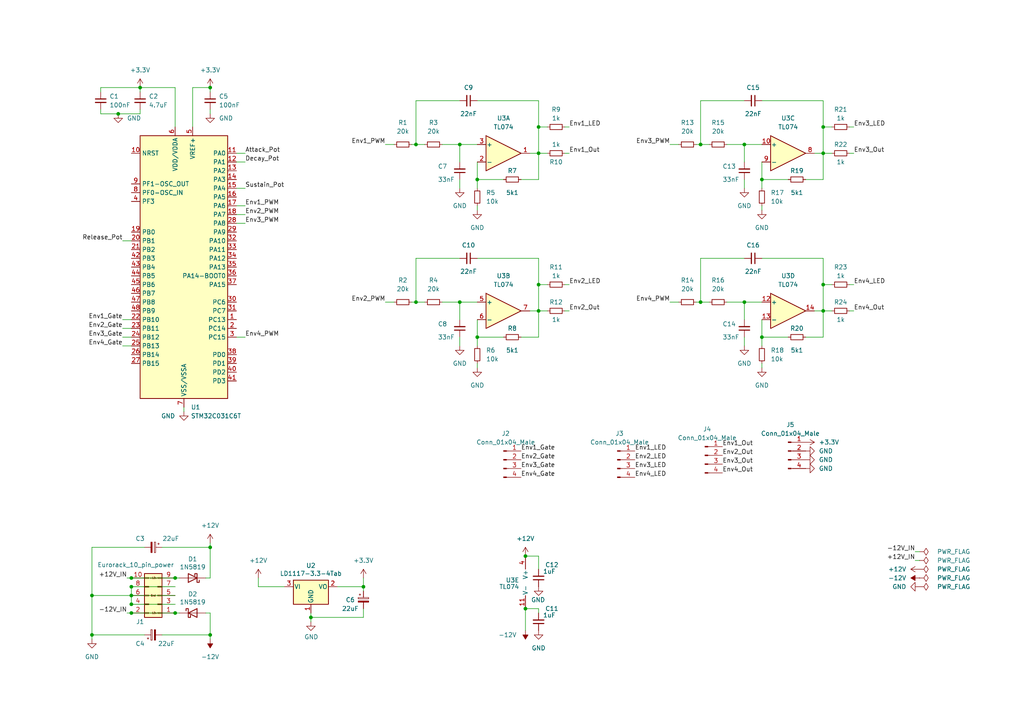
<source format=kicad_sch>
(kicad_sch (version 20211123) (generator eeschema)
  (paper "A4")
  (lib_symbols
    (symbol "+3.3V_1" (power) (pin_names (offset 0))
      (property "Value" "+3.3V_1" (at 0 3.556 0))
      (symbol "+3.3V_1_0_1"
        (polyline (pts (xy -0.762 1.27) (xy 0 2.54)))
        (polyline (pts (xy 0 0) (xy 0 2.54)))
        (polyline (pts (xy 0 2.54) (xy 0.762 1.27)))
      )
      (symbol "+3.3V_1_1_1"
        (pin power_in line (at 0 0 90) (length 0) hide (name "+3.3V") (number "1"))
      )
    )
    (symbol "Amplifier_Operational:TL074" (pin_names (offset 0.127))
      (property "Reference" "U" (at 0 5.08 0))
      (property "Value" "TL074" (at 0 -5.08 0))
      (symbol "TL074_1_1"
        (polyline (pts (xy -5.08 5.08) (xy 5.08 0) (xy -5.08 -5.08) (xy -5.08 5.08)) (stroke (width 0.254)) (fill (type background)))
        (pin output line (at 7.62 0 180) (length 2.54) (name "~") (number "1"))
        (pin input line (at -7.62 -2.54 0) (length 2.54) (name "-") (number "2"))
        (pin input line (at -7.62 2.54 0) (length 2.54) (name "+") (number "3"))
      )
      (symbol "TL074_2_1"
        (polyline (pts (xy -5.08 5.08) (xy 5.08 0) (xy -5.08 -5.08) (xy -5.08 5.08)) (stroke (width 0.254)) (fill (type background)))
        (pin input line (at -7.62 2.54 0) (length 2.54) (name "+") (number "5"))
        (pin input line (at -7.62 -2.54 0) (length 2.54) (name "-") (number "6"))
        (pin output line (at 7.62 0 180) (length 2.54) (name "~") (number "7"))
      )
      (symbol "TL074_3_1"
        (polyline (pts (xy -5.08 5.08) (xy 5.08 0) (xy -5.08 -5.08) (xy -5.08 5.08)) (stroke (width 0.254)) (fill (type background)))
        (pin input line (at -7.62 2.54 0) (length 2.54) (name "+") (number "10"))
        (pin output line (at 7.62 0 180) (length 2.54) (name "~") (number "8"))
        (pin input line (at -7.62 -2.54 0) (length 2.54) (name "-") (number "9"))
      )
      (symbol "TL074_4_1"
        (polyline (pts (xy -5.08 5.08) (xy 5.08 0) (xy -5.08 -5.08) (xy -5.08 5.08)) (stroke (width 0.254)) (fill (type background)))
        (pin input line (at -7.62 2.54 0) (length 2.54) (name "+") (number "12"))
        (pin input line (at -7.62 -2.54 0) (length 2.54) (name "-") (number "13"))
        (pin output line (at 7.62 0 180) (length 2.54) (name "~") (number "14"))
      )
      (symbol "TL074_5_1"
        (pin power_in line (at -2.54 -7.62 90) (length 3.81) (name "V-") (number "11"))
        (pin power_in line (at -2.54 7.62 270) (length 3.81) (name "V+") (number "4"))
      )
    )
    (symbol "Connector:Conn_01x04_Male" (pin_names (offset 1.016) hide)
      (property "Reference" "J" (at 0 5.08 0))
      (property "Value" "Conn_01x04_Male" (at 0 -7.62 0))
      (symbol "Conn_01x04_Male_1_1"
        (polyline (pts (xy 1.27 -5.08) (xy 0.8636 -5.08)) (stroke (width 0.1524)))
        (polyline (pts (xy 1.27 -2.54) (xy 0.8636 -2.54)) (stroke (width 0.1524)))
        (polyline (pts (xy 1.27 0) (xy 0.8636 0)) (stroke (width 0.1524)))
        (polyline (pts (xy 1.27 2.54) (xy 0.8636 2.54)) (stroke (width 0.1524)))
        (rectangle (start 0.8636 -4.953) (end 0 -5.207) (stroke (width 0.1524)) (fill (type outline)))
        (rectangle (start 0.8636 -2.413) (end 0 -2.667) (stroke (width 0.1524)) (fill (type outline)))
        (rectangle (start 0.8636 0.127) (end 0 -0.127) (stroke (width 0.1524)) (fill (type outline)))
        (rectangle (start 0.8636 2.667) (end 0 2.413) (stroke (width 0.1524)) (fill (type outline)))
        (pin passive line (at 5.08 2.54 180) (length 3.81) (name "Pin_1") (number "1"))
        (pin passive line (at 5.08 0 180) (length 3.81) (name "Pin_2") (number "2"))
        (pin passive line (at 5.08 -2.54 180) (length 3.81) (name "Pin_3") (number "3"))
        (pin passive line (at 5.08 -5.08 180) (length 3.81) (name "Pin_4") (number "4"))
      )
    )
    (symbol "Device:C_Polarized_Small" (pin_numbers hide) (pin_names (offset 0.254) hide)
      (property "Reference" "C" (at 0.254 1.778 0))
      (property "Value" "C_Polarized_Small" (at 0.254 -2.032 0))
      (symbol "C_Polarized_Small_0_1"
        (rectangle (start -1.524 -0.3048) (end 1.524 -0.6858) (fill (type outline)))
        (rectangle (start -1.524 0.6858) (end 1.524 0.3048))
        (polyline (pts (xy -1.27 1.524) (xy -0.762 1.524)))
        (polyline (pts (xy -1.016 1.27) (xy -1.016 1.778)))
      )
      (symbol "C_Polarized_Small_1_1"
        (pin passive line (at 0 2.54 270) (length 1.8542) (name "~") (number "1"))
        (pin passive line (at 0 -2.54 90) (length 1.8542) (name "~") (number "2"))
      )
    )
    (symbol "Device:C_Small" (pin_numbers hide) (pin_names (offset 0.254) hide)
      (property "Reference" "C" (at 0.254 1.778 0))
      (property "Value" "C_Small" (at 0.254 -2.032 0))
      (symbol "C_Small_0_1"
        (polyline (pts (xy -1.524 -0.508) (xy 1.524 -0.508)) (stroke (width 0.3302)))
        (polyline (pts (xy -1.524 0.508) (xy 1.524 0.508)) (stroke (width 0.3048)))
      )
      (symbol "C_Small_1_1"
        (pin passive line (at 0 2.54 270) (length 2.032) (name "~") (number "1"))
        (pin passive line (at 0 -2.54 90) (length 2.032) (name "~") (number "2"))
      )
    )
    (symbol "Device:R_Small" (pin_numbers hide) (pin_names (offset 0.254) hide)
      (property "Reference" "R" (at 0.762 0.508 0))
      (property "Value" "R_Small" (at 0.762 -1.016 0))
      (symbol "R_Small_0_1"
        (rectangle (start -0.762 1.778) (end 0.762 -1.778) (stroke (width 0.2032)))
      )
      (symbol "R_Small_1_1"
        (pin passive line (at 0 2.54 270) (length 0.762) (name "~") (number "1"))
        (pin passive line (at 0 -2.54 90) (length 0.762) (name "~") (number "2"))
      )
    )
    (symbol "Diode:1N5819" (pin_numbers hide) (pin_names (offset 1.016) hide)
      (property "Reference" "D" (at 0 2.54 0))
      (property "Value" "1N5819" (at 0 -2.54 0))
      (symbol "1N5819_0_1"
        (polyline (pts (xy 1.27 0) (xy -1.27 0)))
        (polyline (pts (xy 1.27 1.27) (xy 1.27 -1.27) (xy -1.27 0) (xy 1.27 1.27)) (stroke (width 0.254)))
        (polyline (pts (xy -1.905 0.635) (xy -1.905 1.27) (xy -1.27 1.27) (xy -1.27 -1.27) (xy -0.635 -1.27) (xy -0.635 -0.635)) (stroke (width 0.254)))
      )
      (symbol "1N5819_1_1"
        (pin passive line (at -3.81 0 0) (length 2.54) (name "K") (number "1"))
        (pin passive line (at 3.81 0 180) (length 2.54) (name "A") (number "2"))
      )
    )
    (symbol "Eurorack_Header:Eurorack_10_pin_power" (pin_names (offset 1.016) hide)
      (property "Reference" "J" (at 1.27 7.62 0))
      (property "Value" "Eurorack_10_pin_power" (at 1.27 -7.62 0))
      (symbol "Eurorack_10_pin_power_1_0"
        (text "+12v" (at 1.27 -5.08 0) (effects (font (size 0.508 0.508))))
        (text "-12v" (at 1.27 5.08 0) (effects (font (size 0.508 0.508))))
        (text "Gnd" (at 1.27 0 0) (effects (font (size 0.508 0.508))))
      )
      (symbol "Eurorack_10_pin_power_1_1"
        (rectangle (start -1.27 -4.953) (end 0 -5.207) (stroke (width 0.1524)))
        (rectangle (start -1.27 -2.413) (end 0 -2.667) (stroke (width 0.1524)))
        (rectangle (start -1.27 0.127) (end 0 -0.127) (stroke (width 0.1524)))
        (rectangle (start -1.27 2.667) (end 0 2.413) (stroke (width 0.1524)))
        (rectangle (start -1.27 5.207) (end 0 4.953) (stroke (width 0.1524)))
        (rectangle (start -1.27 6.35) (end 3.81 -6.35) (stroke (width 0.254)) (fill (type background)))
        (rectangle (start 3.81 -4.953) (end 2.54 -5.207) (stroke (width 0.1524)))
        (rectangle (start 3.81 -2.413) (end 2.54 -2.667) (stroke (width 0.1524)))
        (rectangle (start 3.81 0.127) (end 2.54 -0.127) (stroke (width 0.1524)))
        (rectangle (start 3.81 2.667) (end 2.54 2.413) (stroke (width 0.1524)))
        (rectangle (start 3.81 5.207) (end 2.54 4.953) (stroke (width 0.1524)))
        (pin power_in line (at -5.08 5.08 0) (length 3.81) (name "Pin_1") (number "1"))
        (pin passive line (at 7.62 -5.08 180) (length 3.81) (name "Pin_10") (number "10"))
        (pin passive line (at 7.62 5.08 180) (length 3.81) (name "Pin_2") (number "2"))
        (pin passive line (at -5.08 2.54 0) (length 3.81) (name "Pin_3") (number "3"))
        (pin passive line (at 7.62 2.54 180) (length 3.81) (name "Pin_4") (number "4"))
        (pin power_in line (at -5.08 0 0) (length 3.81) (name "Pin_5") (number "5"))
        (pin passive line (at 7.62 0 180) (length 3.81) (name "Pin_6") (number "6"))
        (pin passive line (at -5.08 -2.54 0) (length 3.81) (name "Pin_7") (number "7"))
        (pin passive line (at 7.62 -2.54 180) (length 3.81) (name "Pin_8") (number "8"))
        (pin power_in line (at -5.08 -5.08 0) (length 3.81) (name "Pin_9") (number "9"))
      )
    )
    (symbol "LD1117-3.3-4Tab:LD1117-3.3-4Tab" (pin_names (offset 0.254))
      (property "Reference" "U" (at -3.81 3.175 0))
      (property "Value" "LD1117-3.3-4Tab" (at 0 3.175 0))
      (symbol "LD1117-3.3-4Tab_0_1"
        (rectangle (start -5.08 -5.08) (end 5.08 1.905) (stroke (width 0.254)) (fill (type background)))
      )
      (symbol "LD1117-3.3-4Tab_1_1"
        (pin power_in line (at 0 -7.62 90) (length 2.54) (name "GND") (number "1"))
        (pin power_out line (at 7.62 0 180) (length 2.54) (name "VO") (number "2"))
        (pin power_in line (at -7.62 0 0) (length 2.54) (name "VI") (number "3"))
      )
    )
    (symbol "STM32G431RB:STM32C031C6T"
      (property "Reference" "U" (at -12.7 39.37 0))
      (property "Value" "STM32C031C6T" (at -19.05 46.99 0))
      (symbol "STM32C031C6T_0_0"
        (pin bidirectional line (at 15.24 -10.16 180) (length 2.54) (name "PC6") (number "30"))
        (pin bidirectional line (at 15.24 -30.48 180) (length 2.54) (name "PD2") (number "40"))
        (pin bidirectional line (at 15.24 -33.02 180) (length 2.54) (name "PD3") (number "41"))
      )
      (symbol "STM32C031C6T_0_1"
        (rectangle (start -12.7 -38.1) (end 12.7 38.1) (stroke (width 0.254)) (fill (type background)))
      )
      (symbol "STM32C031C6T_1_1"
        (pin bidirectional line (at 15.24 -15.24 180) (length 2.54) (name "PC13") (number "1"))
        (pin input line (at -15.24 33.02 0) (length 2.54) (name "NRST") (number "10"))
        (pin bidirectional line (at 15.24 33.02 180) (length 2.54) (name "PA0") (number "11"))
        (pin bidirectional line (at 15.24 30.48 180) (length 2.54) (name "PA1") (number "12"))
        (pin bidirectional line (at 15.24 27.94 180) (length 2.54) (name "PA2") (number "13"))
        (pin bidirectional line (at 15.24 25.4 180) (length 2.54) (name "PA3") (number "14"))
        (pin bidirectional line (at 15.24 22.86 180) (length 2.54) (name "PA4") (number "15"))
        (pin bidirectional line (at 15.24 20.32 180) (length 2.54) (name "PA5") (number "16"))
        (pin bidirectional line (at 15.24 17.78 180) (length 2.54) (name "PA6") (number "17"))
        (pin bidirectional line (at 15.24 15.24 180) (length 2.54) (name "PA7") (number "18"))
        (pin bidirectional line (at -15.24 10.16 0) (length 2.54) (name "PB0") (number "19"))
        (pin bidirectional line (at 15.24 -17.78 180) (length 2.54) (name "PC14") (number "2"))
        (pin bidirectional line (at -15.24 7.62 0) (length 2.54) (name "PB1") (number "20"))
        (pin bidirectional line (at -15.24 5.08 0) (length 2.54) (name "PB2") (number "21"))
        (pin bidirectional line (at -15.24 -15.24 0) (length 2.54) (name "PB10") (number "22"))
        (pin bidirectional line (at -15.24 -17.78 0) (length 2.54) (name "PB11") (number "23"))
        (pin bidirectional line (at -15.24 -20.32 0) (length 2.54) (name "PB12") (number "24"))
        (pin bidirectional line (at -15.24 -22.86 0) (length 2.54) (name "PB13") (number "25"))
        (pin bidirectional line (at -15.24 -25.4 0) (length 2.54) (name "PB14") (number "26"))
        (pin bidirectional line (at -15.24 -27.94 0) (length 2.54) (name "PB15") (number "27"))
        (pin bidirectional line (at 15.24 12.7 180) (length 2.54) (name "PA8") (number "28"))
        (pin bidirectional line (at 15.24 10.16 180) (length 2.54) (name "PA9") (number "29"))
        (pin bidirectional line (at 15.24 -20.32 180) (length 2.54) (name "PC15") (number "3"))
        (pin bidirectional line (at 15.24 -12.7 180) (length 2.54) (name "PC7") (number "31"))
        (pin bidirectional line (at 15.24 7.62 180) (length 2.54) (name "PA10") (number "32"))
        (pin bidirectional line (at 15.24 5.08 180) (length 2.54) (name "PA11") (number "33"))
        (pin bidirectional line (at 15.24 2.54 180) (length 2.54) (name "PA12") (number "34"))
        (pin bidirectional line (at 15.24 0 180) (length 2.54) (name "PA13") (number "35"))
        (pin bidirectional line (at 15.24 -2.54 180) (length 2.54) (name "PA14-BOOT0") (number "36"))
        (pin bidirectional line (at 15.24 -5.08 180) (length 2.54) (name "PA15") (number "37"))
        (pin bidirectional line (at 15.24 -25.4 180) (length 2.54) (name "PD0") (number "38"))
        (pin bidirectional line (at 15.24 -27.94 180) (length 2.54) (name "PD1") (number "39"))
        (pin input line (at -15.24 19.05 0) (length 2.54) (name "PF3") (number "4"))
        (pin bidirectional line (at -15.24 2.54 0) (length 2.54) (name "PB3") (number "42"))
        (pin bidirectional line (at -15.24 0 0) (length 2.54) (name "PB4") (number "43"))
        (pin bidirectional line (at -15.24 -2.54 0) (length 2.54) (name "PB5") (number "44"))
        (pin bidirectional line (at -15.24 -5.08 0) (length 2.54) (name "PB6") (number "45"))
        (pin bidirectional line (at -15.24 -7.62 0) (length 2.54) (name "PB7") (number "46"))
        (pin bidirectional line (at -15.24 -10.16 0) (length 2.54) (name "PB8") (number "47"))
        (pin bidirectional line (at -15.24 -12.7 0) (length 2.54) (name "PB9") (number "48"))
        (pin input line (at 2.54 40.64 270) (length 2.54) (name "VREF+") (number "5"))
        (pin power_in line (at -2.54 40.64 270) (length 2.54) (name "VDD/VDDA") (number "6"))
        (pin power_in line (at 0 -40.64 90) (length 2.54) (name "VSS/VSSA") (number "7"))
        (pin input line (at -15.24 21.59 0) (length 2.54) (name "PF0-OSC_IN") (number "8"))
        (pin output line (at -15.24 24.13 0) (length 2.54) (name "PF1-OSC_OUT") (number "9"))
      )
    )
    (symbol "power:+12V" (power) (pin_names (offset 0))
      (property "Value" "+12V" (at 0 3.556 0))
      (symbol "+12V_0_1"
        (polyline (pts (xy -0.762 1.27) (xy 0 2.54)))
        (polyline (pts (xy 0 0) (xy 0 2.54)))
        (polyline (pts (xy 0 2.54) (xy 0.762 1.27)))
      )
      (symbol "+12V_1_1"
        (pin power_in line (at 0 0 90) (length 0) hide (name "+12V") (number "1"))
      )
    )
    (symbol "power:-12V" (power) (pin_names (offset 0))
      (property "Value" "-12V" (at 0 3.81 0))
      (symbol "-12V_0_0"
        (pin power_in line (at 0 0 90) (length 0) hide (name "-12V") (number "1"))
      )
      (symbol "-12V_0_1"
        (polyline (pts (xy 0 0) (xy 0 1.27) (xy 0.762 1.27) (xy 0 2.54) (xy -0.762 1.27) (xy 0 1.27)) (fill (type outline)))
      )
    )
    (symbol "power:GND" (power) (pin_names (offset 0))
      (property "Value" "GND" (at 0 -3.81 0))
      (symbol "GND_0_1"
        (polyline (pts (xy 0 0) (xy 0 -1.27) (xy 1.27 -1.27) (xy 0 -2.54) (xy -1.27 -1.27) (xy 0 -1.27)))
      )
      (symbol "GND_1_1"
        (pin power_in line (at 0 0 270) (length 0) hide (name "GND") (number "1"))
      )
    )
    (symbol "power:PWR_FLAG" (power) (pin_numbers hide) (pin_names (offset 0) hide)
      (property "Value" "PWR_FLAG" (at 0 3.81 0))
      (symbol "PWR_FLAG_0_0"
        (pin power_out line (at 0 0 90) (length 0) (name "pwr") (number "1"))
      )
      (symbol "PWR_FLAG_0_1"
        (polyline (pts (xy 0 0) (xy 0 1.27) (xy -1.016 1.905) (xy 0 2.54) (xy 1.016 1.905) (xy 0 1.27)))
      )
    )
  )
  (junction (at 152.4 161.29))
  (junction (at 38.1 175.26))
  (junction (at 50.8 167.64))
  (junction (at 105.41 170.18))
  (junction (at 38.1 177.8))
  (junction (at 156.21 90.17))
  (junction (at 38.1 167.64))
  (junction (at 138.43 97.79))
  (junction (at 238.76 44.45))
  (junction (at 220.98 97.79))
  (junction (at 26.67 184.15))
  (junction (at 215.9 41.91))
  (junction (at 138.43 52.07))
  (junction (at 156.21 36.83))
  (junction (at 38.1 172.72))
  (junction (at 203.2 41.91))
  (junction (at 215.9 87.63))
  (junction (at 238.76 82.55))
  (junction (at 220.98 52.07))
  (junction (at 238.76 90.17))
  (junction (at 120.65 87.63))
  (junction (at 60.96 158.75))
  (junction (at 26.67 172.72))
  (junction (at 133.35 87.63))
  (junction (at 133.35 41.91))
  (junction (at 120.65 41.91))
  (junction (at 38.1 170.18))
  (junction (at 238.76 36.83))
  (junction (at 156.21 82.55))
  (junction (at 156.21 44.45))
  (junction (at 90.17 179.07))
  (junction (at 203.2 87.63))
  (junction (at 60.96 184.15))
  (junction (at 152.4 176.53))
  (junction (at 40.64 25.4))
  (junction (at 34.29 33.02))
  (junction (at 50.8 177.8))
  (junction (at 60.96 25.4))
  (wire (pts (xy 156.21 97.79) (xy 156.21 90.17)))
  (wire (pts (xy 238.76 74.93) (xy 238.76 82.55)))
  (wire (pts (xy 236.22 90.17) (xy 238.76 90.17)))
  (wire (pts (xy 238.76 90.17) (xy 241.3 90.17)))
  (wire (pts (xy 246.38 36.83) (xy 247.65 36.83)))
  (wire (pts (xy 68.58 54.61) (xy 71.12 54.61)))
  (wire (pts (xy 68.58 64.77) (xy 71.12 64.77)))
  (wire (pts (xy 38.1 100.33) (xy 35.56 100.33)))
  (wire (pts (xy 156.21 82.55) (xy 156.21 90.17)))
  (wire (pts (xy 156.21 52.07) (xy 156.21 44.45)))
  (wire (pts (xy 138.43 97.79) (xy 138.43 100.33)))
  (wire (pts (xy 220.98 97.79) (xy 228.6 97.79)))
  (wire (pts (xy 220.98 52.07) (xy 228.6 52.07)))
  (wire (pts (xy 238.76 29.21) (xy 238.76 36.83)))
  (wire (pts (xy 163.83 44.45) (xy 165.1 44.45)))
  (wire (pts (xy 215.9 41.91) (xy 215.9 46.99)))
  (wire (pts (xy 26.67 185.42) (xy 26.67 184.15)))
  (wire (pts (xy 38.1 69.85) (xy 35.56 69.85)))
  (wire (pts (xy 233.68 97.79) (xy 238.76 97.79)))
  (wire (pts (xy 105.41 176.53) (xy 105.41 179.07)))
  (wire (pts (xy 119.38 41.91) (xy 120.65 41.91)))
  (wire (pts (xy 50.8 170.18) (xy 38.1 170.18)))
  (wire (pts (xy 138.43 74.93) (xy 156.21 74.93)))
  (wire (pts (xy 29.21 33.02) (xy 34.29 33.02)))
  (wire (pts (xy 60.96 177.8) (xy 60.96 184.15)))
  (wire (pts (xy 59.69 177.8) (xy 60.96 177.8)))
  (wire (pts (xy 38.1 172.72) (xy 38.1 175.26)))
  (wire (pts (xy 210.82 41.91) (xy 215.9 41.91)))
  (wire (pts (xy 74.93 167.64) (xy 74.93 170.18)))
  (wire (pts (xy 38.1 95.25) (xy 35.56 95.25)))
  (wire (pts (xy 50.8 175.26) (xy 38.1 175.26)))
  (wire (pts (xy 238.76 52.07) (xy 238.76 44.45)))
  (wire (pts (xy 53.34 118.11) (xy 53.34 119.38)))
  (wire (pts (xy 60.96 157.48) (xy 60.96 158.75)))
  (wire (pts (xy 26.67 172.72) (xy 26.67 184.15)))
  (wire (pts (xy 238.76 36.83) (xy 241.3 36.83)))
  (wire (pts (xy 120.65 87.63) (xy 123.19 87.63)))
  (wire (pts (xy 29.21 25.4) (xy 40.64 25.4)))
  (wire (pts (xy 156.21 36.83) (xy 156.21 44.45)))
  (wire (pts (xy 138.43 52.07) (xy 138.43 54.61)))
  (wire (pts (xy 38.1 92.71) (xy 35.56 92.71)))
  (wire (pts (xy 151.13 52.07) (xy 156.21 52.07)))
  (wire (pts (xy 29.21 26.67) (xy 29.21 25.4)))
  (wire (pts (xy 156.21 176.53) (xy 152.4 176.53)))
  (wire (pts (xy 68.58 59.69) (xy 71.12 59.69)))
  (wire (pts (xy 156.21 82.55) (xy 158.75 82.55)))
  (wire (pts (xy 90.17 179.07) (xy 90.17 180.34)))
  (wire (pts (xy 26.67 172.72) (xy 38.1 172.72)))
  (wire (pts (xy 196.85 87.63) (xy 194.31 87.63)))
  (wire (pts (xy 156.21 74.93) (xy 156.21 82.55)))
  (wire (pts (xy 236.22 44.45) (xy 238.76 44.45)))
  (wire (pts (xy 203.2 41.91) (xy 205.74 41.91)))
  (wire (pts (xy 40.64 25.4) (xy 40.64 26.67)))
  (wire (pts (xy 152.4 176.53) (xy 152.4 182.88)))
  (wire (pts (xy 133.35 41.91) (xy 138.43 41.91)))
  (wire (pts (xy 196.85 41.91) (xy 194.31 41.91)))
  (wire (pts (xy 220.98 92.71) (xy 220.98 97.79)))
  (wire (pts (xy 215.9 87.63) (xy 215.9 92.71)))
  (wire (pts (xy 60.96 167.64) (xy 60.96 158.75)))
  (wire (pts (xy 215.9 87.63) (xy 220.98 87.63)))
  (wire (pts (xy 201.93 87.63) (xy 203.2 87.63)))
  (wire (pts (xy 238.76 36.83) (xy 238.76 44.45)))
  (wire (pts (xy 138.43 46.99) (xy 138.43 52.07)))
  (wire (pts (xy 156.21 161.29) (xy 156.21 165.1)))
  (wire (pts (xy 220.98 29.21) (xy 238.76 29.21)))
  (wire (pts (xy 133.35 74.93) (xy 120.65 74.93)))
  (wire (pts (xy 156.21 90.17) (xy 158.75 90.17)))
  (wire (pts (xy 68.58 46.99) (xy 71.12 46.99)))
  (wire (pts (xy 238.76 97.79) (xy 238.76 90.17)))
  (wire (pts (xy 138.43 105.41) (xy 138.43 106.68)))
  (wire (pts (xy 133.35 41.91) (xy 133.35 46.99)))
  (wire (pts (xy 97.79 170.18) (xy 105.41 170.18)))
  (wire (pts (xy 128.27 41.91) (xy 133.35 41.91)))
  (wire (pts (xy 220.98 59.69) (xy 220.98 60.96)))
  (wire (pts (xy 50.8 36.83) (xy 50.8 25.4)))
  (wire (pts (xy 215.9 52.07) (xy 215.9 54.61)))
  (wire (pts (xy 50.8 177.8) (xy 52.07 177.8)))
  (wire (pts (xy 151.13 97.79) (xy 156.21 97.79)))
  (wire (pts (xy 201.93 41.91) (xy 203.2 41.91)))
  (wire (pts (xy 246.38 90.17) (xy 247.65 90.17)))
  (wire (pts (xy 36.83 177.8) (xy 38.1 177.8)))
  (wire (pts (xy 38.1 177.8) (xy 50.8 177.8)))
  (wire (pts (xy 38.1 167.64) (xy 50.8 167.64)))
  (wire (pts (xy 133.35 52.07) (xy 133.35 54.61)))
  (wire (pts (xy 220.98 97.79) (xy 220.98 100.33)))
  (wire (pts (xy 40.64 25.4) (xy 50.8 25.4)))
  (wire (pts (xy 220.98 74.93) (xy 238.76 74.93)))
  (wire (pts (xy 36.83 167.64) (xy 38.1 167.64)))
  (wire (pts (xy 156.21 36.83) (xy 158.75 36.83)))
  (wire (pts (xy 220.98 105.41) (xy 220.98 106.68)))
  (wire (pts (xy 133.35 87.63) (xy 138.43 87.63)))
  (wire (pts (xy 120.65 29.21) (xy 120.65 41.91)))
  (wire (pts (xy 138.43 92.71) (xy 138.43 97.79)))
  (wire (pts (xy 220.98 52.07) (xy 220.98 54.61)))
  (wire (pts (xy 238.76 82.55) (xy 238.76 90.17)))
  (wire (pts (xy 215.9 74.93) (xy 203.2 74.93)))
  (wire (pts (xy 215.9 97.79) (xy 215.9 100.33)))
  (wire (pts (xy 40.64 31.75) (xy 40.64 33.02)))
  (wire (pts (xy 203.2 74.93) (xy 203.2 87.63)))
  (wire (pts (xy 34.29 33.02) (xy 40.64 33.02)))
  (wire (pts (xy 128.27 87.63) (xy 133.35 87.63)))
  (wire (pts (xy 215.9 41.91) (xy 220.98 41.91)))
  (wire (pts (xy 138.43 29.21) (xy 156.21 29.21)))
  (wire (pts (xy 133.35 29.21) (xy 120.65 29.21)))
  (wire (pts (xy 26.67 158.75) (xy 26.67 172.72)))
  (wire (pts (xy 50.8 167.64) (xy 52.07 167.64)))
  (wire (pts (xy 68.58 44.45) (xy 71.12 44.45)))
  (wire (pts (xy 114.3 41.91) (xy 111.76 41.91)))
  (wire (pts (xy 60.96 31.75) (xy 60.96 33.02)))
  (wire (pts (xy 238.76 82.55) (xy 241.3 82.55)))
  (wire (pts (xy 46.99 184.15) (xy 60.96 184.15)))
  (wire (pts (xy 74.93 170.18) (xy 82.55 170.18)))
  (wire (pts (xy 26.67 158.75) (xy 41.91 158.75)))
  (wire (pts (xy 120.65 74.93) (xy 120.65 87.63)))
  (wire (pts (xy 133.35 87.63) (xy 133.35 92.71)))
  (wire (pts (xy 90.17 177.8) (xy 90.17 179.07)))
  (wire (pts (xy 90.17 179.07) (xy 105.41 179.07)))
  (wire (pts (xy 220.98 46.99) (xy 220.98 52.07)))
  (wire (pts (xy 163.83 90.17) (xy 165.1 90.17)))
  (wire (pts (xy 60.96 26.67) (xy 60.96 25.4)))
  (wire (pts (xy 68.58 97.79) (xy 71.12 97.79)))
  (wire (pts (xy 68.58 62.23) (xy 71.12 62.23)))
  (wire (pts (xy 156.21 176.53) (xy 156.21 177.8)))
  (wire (pts (xy 38.1 172.72) (xy 50.8 172.72)))
  (wire (pts (xy 38.1 170.18) (xy 38.1 172.72)))
  (wire (pts (xy 55.88 25.4) (xy 60.96 25.4)))
  (wire (pts (xy 105.41 171.45) (xy 105.41 170.18)))
  (wire (pts (xy 152.4 161.29) (xy 156.21 161.29)))
  (wire (pts (xy 138.43 52.07) (xy 146.05 52.07)))
  (wire (pts (xy 246.38 44.45) (xy 247.65 44.45)))
  (wire (pts (xy 29.21 31.75) (xy 29.21 33.02)))
  (wire (pts (xy 215.9 29.21) (xy 203.2 29.21)))
  (wire (pts (xy 153.67 44.45) (xy 156.21 44.45)))
  (wire (pts (xy 156.21 44.45) (xy 158.75 44.45)))
  (wire (pts (xy 138.43 97.79) (xy 146.05 97.79)))
  (wire (pts (xy 114.3 87.63) (xy 111.76 87.63)))
  (wire (pts (xy 238.76 44.45) (xy 241.3 44.45)))
  (wire (pts (xy 153.67 90.17) (xy 156.21 90.17)))
  (wire (pts (xy 203.2 29.21) (xy 203.2 41.91)))
  (wire (pts (xy 38.1 97.79) (xy 35.56 97.79)))
  (wire (pts (xy 210.82 87.63) (xy 215.9 87.63)))
  (wire (pts (xy 203.2 87.63) (xy 205.74 87.63)))
  (wire (pts (xy 46.99 158.75) (xy 60.96 158.75)))
  (wire (pts (xy 265.43 162.56) (xy 266.7 162.56)))
  (wire (pts (xy 59.69 167.64) (xy 60.96 167.64)))
  (wire (pts (xy 55.88 36.83) (xy 55.88 25.4)))
  (wire (pts (xy 120.65 41.91) (xy 123.19 41.91)))
  (wire (pts (xy 138.43 59.69) (xy 138.43 60.96)))
  (wire (pts (xy 265.43 160.02) (xy 266.7 160.02)))
  (wire (pts (xy 60.96 184.15) (xy 60.96 185.42)))
  (wire (pts (xy 156.21 29.21) (xy 156.21 36.83)))
  (wire (pts (xy 233.68 52.07) (xy 238.76 52.07)))
  (wire (pts (xy 119.38 87.63) (xy 120.65 87.63)))
  (wire (pts (xy 163.83 82.55) (xy 165.1 82.55)))
  (wire (pts (xy 26.67 184.15) (xy 41.91 184.15)))
  (wire (pts (xy 133.35 97.79) (xy 133.35 100.33)))
  (wire (pts (xy 246.38 82.55) (xy 247.65 82.55)))
  (wire (pts (xy 163.83 36.83) (xy 165.1 36.83)))
  (wire (pts (xy 105.41 167.64) (xy 105.41 170.18)))
  (label "Env1_Gate" (at 151.13 130.81 0))
  (label "Env1_LED" (at 165.1 36.83 0))
  (label "Env3_LED" (at 247.65 36.83 0))
  (label "Env1_Gate" (at 35.56 92.71 180))
  (label "-12V_IN" (at 36.83 177.8 180))
  (label "Env2_PWM" (at 71.12 62.23 0))
  (label "Env2_Out" (at 209.55 132.08 0))
  (label "Env1_PWM" (at 111.76 41.91 180))
  (label "Env4_Gate" (at 151.13 138.43 0))
  (label "Env3_Out" (at 247.65 44.45 0))
  (label "Env3_PWM" (at 71.12 64.77 0))
  (label "Env2_Out" (at 165.1 90.17 0))
  (label "Attack_Pot" (at 71.12 44.45 0))
  (label "Env3_Gate" (at 35.56 97.79 180))
  (label "Decay_Pot" (at 71.12 46.99 0))
  (label "Env4_Gate" (at 35.56 100.33 180))
  (label "Env2_LED" (at 184.15 133.35 0))
  (label "Env2_Gate" (at 151.13 133.35 0))
  (label "Env4_LED" (at 184.15 138.43 0))
  (label "-12V_IN" (at 265.43 160.02 180))
  (label "Env1_Out" (at 209.55 129.54 0))
  (label "Sustain_Pot" (at 71.12 54.61 0))
  (label "Env2_Gate" (at 35.56 95.25 180))
  (label "Env3_LED" (at 184.15 135.89 0))
  (label "Release_Pot" (at 35.56 69.85 180))
  (label "Env4_Out" (at 209.55 137.16 0))
  (label "Env3_PWM" (at 194.31 41.91 180))
  (label "Env2_PWM" (at 111.76 87.63 180))
  (label "Env4_Out" (at 247.65 90.17 0))
  (label "Env1_Out" (at 165.1 44.45 0))
  (label "Env3_Gate" (at 151.13 135.89 0))
  (label "Env4_PWM" (at 71.12 97.79 0))
  (label "Env1_LED" (at 184.15 130.81 0))
  (label "Env1_PWM" (at 71.12 59.69 0))
  (label "Env4_LED" (at 247.65 82.55 0))
  (label "Env2_LED" (at 165.1 82.55 0))
  (label "Env4_PWM" (at 194.31 87.63 180))
  (label "+12V_IN" (at 265.43 162.56 180))
  (label "Env3_Out" (at 209.55 134.62 0))
  (label "+12V_IN" (at 36.83 167.64 180))
  (symbol (lib_id "Device:C_Small") (at 60.96 29.21 0) (unit 1)
    (property "Reference" "C5" (at 63.5 27.9462 0) (effects (justify left)))
    (property "Value" "100nF" (at 63.5 30.4862 0) (effects (justify left)))
    (property "Footprint" "Capacitor_SMD:C_0603_1608Metric" (effects hide))
  )
  (symbol (lib_id "power:GND") (at 138.43 106.68 0) (unit 1)
    (property "Reference" "#PWR015" (effects hide))
    (property "Value" "GND" (at 138.43 111.76 0))
  )
  (symbol (lib_id "Device:C_Small") (at 156.21 180.34 180) (unit 1)
    (property "Reference" "C11" (at 158.115 176.53 0) (effects (justify right)))
    (property "Value" "1uF" (at 157.48 178.435 0) (effects (justify right)))
    (property "Footprint" "Capacitor_SMD:C_0603_1608Metric" (effects hide))
  )
  (symbol (lib_id "Device:C_Small") (at 218.44 74.93 270) (unit 1)
    (property "Reference" "C16" (at 218.44 71.12 90))
    (property "Value" "22nF" (at 218.44 78.74 90))
    (property "Footprint" "Capacitor_SMD:C_0603_1608Metric" (effects hide))
  )
  (symbol (lib_id "Device:C_Small") (at 156.21 167.64 180) (unit 1)
    (property "Reference" "C12" (at 158.115 163.83 0) (effects (justify right)))
    (property "Value" "1uF" (at 157.48 165.735 0) (effects (justify right)))
    (property "Footprint" "Capacitor_SMD:C_0603_1608Metric" (effects hide))
  )
  (symbol (lib_id "Device:R_Small") (at 161.29 90.17 270) (unit 1)
    (property "Reference" "R12" (at 161.29 87.63 90))
    (property "Value" "1k" (at 161.29 92.71 90))
    (property "Footprint" "Resistor_SMD:R_0603_1608Metric" (effects hide))
  )
  (symbol (lib_id "Device:C_Polarized_Small") (at 44.45 158.75 270) (unit 1)
    (property "Reference" "C3" (at 40.64 156.21 90))
    (property "Value" "22uF" (at 49.53 156.21 90))
    (property "Footprint" "Capacitor_SMD:CP_Elec_4x5.8" (effects hide))
    (property "Part_Number" "C134798" (effects hide))
    (property "Rotation" "360" (effects hide))
  )
  (symbol (lib_id "power:GND") (at 133.35 54.61 0) (unit 1)
    (property "Reference" "#PWR012" (effects hide))
    (property "Value" "GND" (at 133.35 59.69 0))
  )
  (symbol (lib_id "Device:R_Small") (at 138.43 57.15 180) (unit 1)
    (property "Reference" "R5" (at 140.97 55.8799 0) (effects (justify right)))
    (property "Value" "10k" (at 140.97 58.4199 0) (effects (justify right)))
    (property "Footprint" "Resistor_SMD:R_0603_1608Metric" (effects hide))
  )
  (symbol (lib_id "Connector:Conn_01x04_Male") (at 179.07 133.35 0) (unit 1)
    (property "Reference" "J3" (at 179.705 125.73 0))
    (property "Value" "Conn_01x04_Male" (at 179.705 128.27 0))
    (property "Footprint" "Connector_PinHeader_2.54mm:PinHeader_1x04_P2.54mm_Vertical" (effects hide))
  )
  (symbol (lib_id "power:GND") (at 156.21 170.18 0) (unit 1)
    (property "Reference" "#PWR019" (effects hide))
    (property "Value" "GND" (at 158.115 173.99 0) (effects (justify right)))
  )
  (symbol (lib_id "power:PWR_FLAG") (at 266.7 167.64 270) (unit 1)
    (property "Reference" "#FLG04" (effects hide))
    (property "Value" "PWR_FLAG" (at 271.78 167.6399 90) (effects (justify left)))
  )
  (symbol (lib_id "Device:C_Small") (at 218.44 29.21 270) (unit 1)
    (property "Reference" "C15" (at 218.44 25.4 90))
    (property "Value" "22nF" (at 218.44 33.02 90))
    (property "Footprint" "Capacitor_SMD:C_0603_1608Metric" (effects hide))
  )
  (symbol (lib_id "Device:R_Small") (at 231.14 97.79 90) (unit 1)
    (property "Reference" "R20" (at 231.14 95.25 90))
    (property "Value" "5k1" (at 231.14 101.6 90))
    (property "Footprint" "Resistor_SMD:R_0603_1608Metric" (effects hide))
  )
  (symbol (lib_id "Device:R_Small") (at 208.28 87.63 90) (unit 1)
    (property "Reference" "R16" (at 208.28 81.28 90))
    (property "Value" "20k" (at 208.28 83.82 90))
    (property "Footprint" "Resistor_SMD:R_0603_1608Metric" (effects hide))
  )
  (symbol (lib_id "Device:R_Small") (at 138.43 102.87 180) (unit 1)
    (property "Reference" "R6" (at 140.97 101.5999 0) (effects (justify right)))
    (property "Value" "10k" (at 140.97 104.1399 0) (effects (justify right)))
    (property "Footprint" "Resistor_SMD:R_0603_1608Metric" (effects hide))
  )
  (symbol (lib_id "Device:C_Polarized_Small") (at 105.41 173.99 0) (unit 1)
    (property "Reference" "C6" (at 101.6 173.99 0))
    (property "Value" "22uF" (at 101.6 176.53 0))
    (property "Footprint" "Capacitor_SMD:CP_Elec_4x5.8" (effects hide))
    (property "Part_Number" "C134793" (effects hide))
    (property "Rotation" "180" (effects hide))
  )
  (symbol (lib_id "power:+12V") (at 266.7 165.1 90) (mirror x) (unit 1)
    (property "Reference" "#PWR024" (effects hide))
    (property "Value" "+12V" (at 262.89 165.0999 90) (effects (justify left)))
  )
  (symbol (lib_id "Device:C_Small") (at 215.9 95.25 180) (unit 1)
    (property "Reference" "C14" (at 209.55 93.9799 0) (effects (justify right)))
    (property "Value" "33nF" (at 209.55 97.7899 0) (effects (justify right)))
    (property "Footprint" "Capacitor_SMD:C_0603_1608Metric" (effects hide))
  )
  (symbol (lib_id "Device:C_Small") (at 135.89 74.93 270) (unit 1)
    (property "Reference" "C10" (at 135.89 71.12 90))
    (property "Value" "22nF" (at 135.89 78.74 90))
    (property "Footprint" "Capacitor_SMD:C_0603_1608Metric" (effects hide))
  )
  (symbol (lib_id "Device:C_Small") (at 215.9 49.53 180) (unit 1)
    (property "Reference" "C13" (at 209.55 48.2599 0) (effects (justify right)))
    (property "Value" "33nF" (at 209.55 52.0699 0) (effects (justify right)))
    (property "Footprint" "Capacitor_SMD:C_0603_1608Metric" (effects hide))
  )
  (symbol (lib_id "Amplifier_Operational:TL074") (at 146.05 90.17 0) (unit 2)
    (property "Reference" "U3" (at 146.05 80.01 0))
    (property "Value" "TL074" (at 146.05 82.55 0))
    (property "Footprint" "Package_SO:SOIC-14_3.9x8.7mm_P1.27mm" (effects hide))
    (property "Datasheet" "http://www.ti.com/lit/ds/symlink/tl071.pdf" (effects hide))
  )
  (symbol (lib_id "Device:R_Small") (at 208.28 41.91 90) (unit 1)
    (property "Reference" "R15" (at 208.28 35.56 90))
    (property "Value" "20k" (at 208.28 38.1 90))
    (property "Footprint" "Resistor_SMD:R_0603_1608Metric" (effects hide))
  )
  (symbol (lib_id "Device:R_Small") (at 243.84 44.45 270) (unit 1)
    (property "Reference" "R22" (at 243.84 41.91 90))
    (property "Value" "1k" (at 243.84 46.99 90))
    (property "Footprint" "Resistor_SMD:R_0603_1608Metric" (effects hide))
  )
  (symbol (lib_id "Device:R_Small") (at 220.98 102.87 180) (unit 1)
    (property "Reference" "R18" (at 223.52 101.5999 0) (effects (justify right)))
    (property "Value" "10k" (at 223.52 104.1399 0) (effects (justify right)))
    (property "Footprint" "Resistor_SMD:R_0603_1608Metric" (effects hide))
  )
  (symbol (lib_id "Amplifier_Operational:TL074") (at 228.6 90.17 0) (unit 4)
    (property "Reference" "U3" (at 228.6 80.01 0))
    (property "Value" "TL074" (at 228.6 82.55 0))
    (property "Footprint" "Package_SO:SOIC-14_3.9x8.7mm_P1.27mm" (effects hide))
    (property "Datasheet" "http://www.ti.com/lit/ds/symlink/tl071.pdf" (effects hide))
  )
  (symbol (lib_id "Device:R_Small") (at 161.29 82.55 270) (unit 1)
    (property "Reference" "R11" (at 161.29 77.47 90))
    (property "Value" "1k" (at 161.29 80.01 90))
    (property "Footprint" "Resistor_SMD:R_0603_1608Metric" (effects hide))
  )
  (symbol (lib_id "Amplifier_Operational:TL074") (at 154.94 168.91 0) (unit 5)
    (property "Reference" "U3" (at 146.685 168.275 0) (effects (justify left)))
    (property "Value" "TL074" (at 144.78 170.18 0) (effects (justify left)))
    (property "Footprint" "Package_SO:SOIC-14_3.9x8.7mm_P1.27mm" (effects hide))
    (property "Datasheet" "http://www.ti.com/lit/ds/symlink/tl071.pdf" (effects hide))
  )
  (symbol (lib_id "power:-12V") (at 266.7 167.64 90) (unit 1)
    (property "Reference" "#PWR025" (effects hide))
    (property "Value" "-12V" (at 262.89 167.6399 90) (effects (justify left)))
  )
  (symbol (lib_id "Amplifier_Operational:TL074") (at 228.6 44.45 0) (unit 3)
    (property "Reference" "U3" (at 228.6 34.29 0))
    (property "Value" "TL074" (at 228.6 36.83 0))
    (property "Footprint" "Package_SO:SOIC-14_3.9x8.7mm_P1.27mm" (effects hide))
    (property "Datasheet" "http://www.ti.com/lit/ds/symlink/tl071.pdf" (effects hide))
  )
  (symbol (lib_name "+3.3V_1") (lib_id "power:+3.3V") (at 233.68 128.27 270) (unit 1)
    (property "Reference" "#PWR0104" (effects hide))
    (property "Value" "+3.3V" (at 237.49 128.2699 90) (effects (justify left)))
  )
  (symbol (lib_name "+3.3V_1") (lib_id "power:+3.3V") (at 60.96 25.4 0) (unit 1)
    (property "Reference" "#PWR0106" (effects hide))
    (property "Value" "+3.3V" (at 60.96 20.32 0))
  )
  (symbol (lib_id "power:GND") (at 90.17 180.34 0) (unit 1)
    (property "Reference" "#PWR010" (effects hide))
    (property "Value" "GND" (at 90.297 184.7342 0))
  )
  (symbol (lib_id "Device:R_Small") (at 148.59 52.07 90) (unit 1)
    (property "Reference" "R7" (at 148.59 49.53 90))
    (property "Value" "5k1" (at 148.59 55.88 90))
    (property "Footprint" "Resistor_SMD:R_0603_1608Metric" (effects hide))
  )
  (symbol (lib_id "power:GND") (at 60.96 33.02 0) (unit 1)
    (property "Reference" "#PWR06" (effects hide))
    (property "Value" "GND" (at 63.5 34.2899 0) (effects (justify left)))
  )
  (symbol (lib_id "power:+12V") (at 152.4 161.29 0) (unit 1)
    (property "Reference" "#PWR017" (effects hide))
    (property "Value" "+12V" (at 152.4 156.21 0))
  )
  (symbol (lib_id "power:GND") (at 233.68 133.35 90) (mirror x) (unit 1)
    (property "Reference" "#PWR0102" (effects hide))
    (property "Value" "GND" (at 237.49 133.3499 90) (effects (justify right)))
  )
  (symbol (lib_id "Device:R_Small") (at 148.59 97.79 90) (unit 1)
    (property "Reference" "R8" (at 148.59 95.25 90))
    (property "Value" "5k1" (at 148.59 101.6 90))
    (property "Footprint" "Resistor_SMD:R_0603_1608Metric" (effects hide))
  )
  (symbol (lib_id "Device:C_Small") (at 133.35 95.25 180) (unit 1)
    (property "Reference" "C8" (at 127 93.9799 0) (effects (justify right)))
    (property "Value" "33nF" (at 127 97.7899 0) (effects (justify right)))
    (property "Footprint" "Capacitor_SMD:C_0603_1608Metric" (effects hide))
  )
  (symbol (lib_id "power:+12V") (at 74.93 167.64 0) (unit 1)
    (property "Reference" "#PWR09" (effects hide))
    (property "Value" "+12V" (at 74.93 162.56 0))
  )
  (symbol (lib_id "power:GND") (at 220.98 60.96 0) (unit 1)
    (property "Reference" "#PWR022" (effects hide))
    (property "Value" "GND" (at 220.98 66.04 0))
  )
  (symbol (lib_id "Device:C_Polarized_Small") (at 44.45 184.15 90) (unit 1)
    (property "Reference" "C4" (at 40.64 186.69 90))
    (property "Value" "22uF" (at 48.26 186.69 90))
    (property "Footprint" "Capacitor_SMD:CP_Elec_4x5.8" (effects hide))
    (property "Part_Number" "C134793" (effects hide))
    (property "Rotation" "270" (effects hide))
  )
  (symbol (lib_id "Connector:Conn_01x04_Male") (at 228.6 130.81 0) (unit 1)
    (property "Reference" "J5" (at 229.235 123.19 0))
    (property "Value" "Conn_01x04_Male" (at 229.235 125.73 0))
    (property "Footprint" "Connector_PinHeader_2.54mm:PinHeader_1x04_P2.54mm_Vertical" (effects hide))
  )
  (symbol (lib_id "Device:R_Small") (at 199.39 41.91 90) (unit 1)
    (property "Reference" "R13" (at 199.39 35.56 90))
    (property "Value" "20k" (at 199.39 38.1 90))
    (property "Footprint" "Resistor_SMD:R_0603_1608Metric" (effects hide))
  )
  (symbol (lib_id "Device:R_Small") (at 199.39 87.63 90) (unit 1)
    (property "Reference" "R14" (at 199.39 81.28 90))
    (property "Value" "20k" (at 199.39 83.82 90))
    (property "Footprint" "Resistor_SMD:R_0603_1608Metric" (effects hide))
  )
  (symbol (lib_id "LD1117-3.3-4Tab:LD1117-3.3-4Tab") (at 90.17 170.18 0) (unit 1)
    (property "Reference" "U2" (at 90.17 164.0332 0))
    (property "Value" "LD1117-3.3-4Tab" (at 90.17 166.3446 0))
    (property "Footprint" "Package_TO_SOT_SMD:SOT-223-3_TabPin2" (effects hide))
    (property "Datasheet" "http://www.diodes.com/datasheets/AP1117.pdf" (effects hide))
  )
  (symbol (lib_id "Device:C_Small") (at 29.21 29.21 0) (unit 1)
    (property "Reference" "C1" (at 31.75 27.9462 0) (effects (justify left)))
    (property "Value" "100nF" (at 31.75 30.4862 0) (effects (justify left)))
    (property "Footprint" "Capacitor_SMD:C_0603_1608Metric" (effects hide))
  )
  (symbol (lib_id "Device:R_Small") (at 125.73 87.63 90) (unit 1)
    (property "Reference" "R4" (at 125.73 81.28 90))
    (property "Value" "20k" (at 125.73 83.82 90))
    (property "Footprint" "Resistor_SMD:R_0603_1608Metric" (effects hide))
  )
  (symbol (lib_id "Device:R_Small") (at 243.84 90.17 270) (unit 1)
    (property "Reference" "R24" (at 243.84 87.63 90))
    (property "Value" "1k" (at 243.84 92.71 90))
    (property "Footprint" "Resistor_SMD:R_0603_1608Metric" (effects hide))
  )
  (symbol (lib_id "power:GND") (at 233.68 130.81 90) (mirror x) (unit 1)
    (property "Reference" "#PWR0103" (effects hide))
    (property "Value" "GND" (at 237.49 130.8099 90) (effects (justify right)))
  )
  (symbol (lib_id "Device:C_Small") (at 40.64 29.21 0) (unit 1)
    (property "Reference" "C2" (at 43.18 27.9462 0) (effects (justify left)))
    (property "Value" "4.7uF" (at 43.18 30.4862 0) (effects (justify left)))
    (property "Footprint" "Capacitor_SMD:C_0603_1608Metric" (effects hide))
  )
  (symbol (lib_id "Device:R_Small") (at 220.98 57.15 180) (unit 1)
    (property "Reference" "R17" (at 223.52 55.8799 0) (effects (justify right)))
    (property "Value" "10k" (at 223.52 58.4199 0) (effects (justify right)))
    (property "Footprint" "Resistor_SMD:R_0603_1608Metric" (effects hide))
  )
  (symbol (lib_id "Diode:1N5819") (at 55.88 167.64 180) (unit 1)
    (property "Reference" "D1" (at 55.88 162.1536 0))
    (property "Value" "1N5819" (at 55.88 164.465 0))
    (property "Footprint" "Diode_SMD:D_SOD-123" (effects hide))
    (property "Datasheet" "https://datasheet.lcsc.com/szlcsc/Changjiang-Electronics-Tech-CJ-B5819W_C8598.pdf" (effects hide))
    (property "Part_Number" "C8598" (effects hide))
  )
  (symbol (lib_id "Device:R_Small") (at 116.84 41.91 90) (unit 1)
    (property "Reference" "R1" (at 116.84 35.56 90))
    (property "Value" "20k" (at 116.84 38.1 90))
    (property "Footprint" "Resistor_SMD:R_0603_1608Metric" (effects hide))
  )
  (symbol (lib_id "power:GND") (at 156.21 182.88 0) (unit 1)
    (property "Reference" "#PWR016" (effects hide))
    (property "Value" "GND" (at 156.21 187.96 0))
  )
  (symbol (lib_id "Device:R_Small") (at 116.84 87.63 90) (unit 1)
    (property "Reference" "R2" (at 116.84 81.28 90))
    (property "Value" "20k" (at 116.84 83.82 90))
    (property "Footprint" "Resistor_SMD:R_0603_1608Metric" (effects hide))
  )
  (symbol (lib_id "Device:R_Small") (at 231.14 52.07 90) (unit 1)
    (property "Reference" "R19" (at 231.14 49.53 90))
    (property "Value" "5k1" (at 231.14 55.88 90))
    (property "Footprint" "Resistor_SMD:R_0603_1608Metric" (effects hide))
  )
  (symbol (lib_id "power:-12V") (at 60.96 185.42 180) (unit 1)
    (property "Reference" "#PWR08" (effects hide))
    (property "Value" "-12V" (at 60.96 190.5 0))
  )
  (symbol (lib_id "power:GND") (at 215.9 54.61 0) (unit 1)
    (property "Reference" "#PWR020" (effects hide))
    (property "Value" "GND" (at 215.9 59.69 0))
  )
  (symbol (lib_id "power:GND") (at 34.29 33.02 0) (unit 1)
    (property "Reference" "#PWR03" (effects hide))
    (property "Value" "GND" (at 36.83 34.2899 0) (effects (justify left)))
  )
  (symbol (lib_id "power:PWR_FLAG") (at 266.7 162.56 270) (unit 1)
    (property "Reference" "#FLG02" (effects hide))
    (property "Value" "PWR_FLAG" (at 271.78 162.5599 90) (effects (justify left)))
  )
  (symbol (lib_id "power:GND") (at 26.67 185.42 0) (unit 1)
    (property "Reference" "#PWR01" (effects hide))
    (property "Value" "GND" (at 26.67 190.5 0))
  )
  (symbol (lib_id "power:+12V") (at 60.96 157.48 0) (unit 1)
    (property "Reference" "#PWR07" (effects hide))
    (property "Value" "+12V" (at 60.96 152.4 0))
  )
  (symbol (lib_id "Diode:1N5819") (at 55.88 177.8 0) (unit 1)
    (property "Reference" "D2" (at 55.88 172.3136 0))
    (property "Value" "1N5819" (at 55.88 174.625 0))
    (property "Footprint" "Diode_SMD:D_SOD-123" (effects hide))
    (property "Datasheet" "https://datasheet.lcsc.com/szlcsc/Changjiang-Electronics-Tech-CJ-B5819W_C8598.pdf" (effects hide))
    (property "Part_Number" "C8598" (effects hide))
  )
  (symbol (lib_id "Device:R_Small") (at 243.84 36.83 270) (unit 1)
    (property "Reference" "R21" (at 243.84 31.75 90))
    (property "Value" "1k" (at 243.84 34.29 90))
    (property "Footprint" "Resistor_SMD:R_0603_1608Metric" (effects hide))
  )
  (symbol (lib_id "power:GND") (at 220.98 106.68 0) (unit 1)
    (property "Reference" "#PWR023" (effects hide))
    (property "Value" "GND" (at 220.98 111.76 0))
  )
  (symbol (lib_id "Connector:Conn_01x04_Male") (at 204.47 132.08 0) (unit 1)
    (property "Reference" "J4" (at 205.105 124.46 0))
    (property "Value" "Conn_01x04_Male" (at 205.105 127 0))
    (property "Footprint" "Connector_PinHeader_2.54mm:PinHeader_1x04_P2.54mm_Vertical" (effects hide))
  )
  (symbol (lib_id "power:GND") (at 233.68 135.89 90) (mirror x) (unit 1)
    (property "Reference" "#PWR028" (effects hide))
    (property "Value" "GND" (at 237.49 135.8899 90) (effects (justify right)))
  )
  (symbol (lib_id "Device:R_Small") (at 161.29 44.45 270) (unit 1)
    (property "Reference" "R10" (at 161.29 46.99 90))
    (property "Value" "1k" (at 161.29 41.91 90))
    (property "Footprint" "Resistor_SMD:R_0603_1608Metric" (effects hide))
  )
  (symbol (lib_id "power:GND") (at 138.43 60.96 0) (unit 1)
    (property "Reference" "#PWR014" (effects hide))
    (property "Value" "GND" (at 138.43 66.04 0))
  )
  (symbol (lib_id "Device:R_Small") (at 243.84 82.55 270) (unit 1)
    (property "Reference" "R23" (at 243.84 77.47 90))
    (property "Value" "1k" (at 243.84 80.01 90))
    (property "Footprint" "Resistor_SMD:R_0603_1608Metric" (effects hide))
  )
  (symbol (lib_id "Device:R_Small") (at 125.73 41.91 90) (unit 1)
    (property "Reference" "R3" (at 125.73 35.56 90))
    (property "Value" "20k" (at 125.73 38.1 90))
    (property "Footprint" "Resistor_SMD:R_0603_1608Metric" (effects hide))
  )
  (symbol (lib_id "Amplifier_Operational:TL074") (at 146.05 44.45 0) (unit 1)
    (property "Reference" "U3" (at 146.05 34.29 0))
    (property "Value" "TL074" (at 146.05 36.83 0))
    (property "Footprint" "Package_SO:SOIC-14_3.9x8.7mm_P1.27mm" (effects hide))
    (property "Datasheet" "http://www.ti.com/lit/ds/symlink/tl071.pdf" (effects hide))
  )
  (symbol (lib_id "power:GND") (at 133.35 100.33 0) (unit 1)
    (property "Reference" "#PWR013" (effects hide))
    (property "Value" "GND" (at 133.35 105.41 0))
  )
  (symbol (lib_id "Device:R_Small") (at 161.29 36.83 270) (unit 1)
    (property "Reference" "R9" (at 161.29 31.75 90))
    (property "Value" "1k" (at 161.29 34.29 90))
    (property "Footprint" "Resistor_SMD:R_0603_1608Metric" (effects hide))
  )
  (symbol (lib_id "power:PWR_FLAG") (at 266.7 165.1 270) (unit 1)
    (property "Reference" "#FLG03" (effects hide))
    (property "Value" "PWR_FLAG" (at 271.78 165.0999 90) (effects (justify left)))
  )
  (symbol (lib_id "power:GND") (at 53.34 119.38 0) (unit 1)
    (property "Reference" "#PWR04" (effects hide))
    (property "Value" "GND" (at 50.8 120.6499 0) (effects (justify right)))
  )
  (symbol (lib_id "Device:C_Small") (at 135.89 29.21 270) (unit 1)
    (property "Reference" "C9" (at 135.89 25.4 90))
    (property "Value" "22nF" (at 135.89 33.02 90))
    (property "Footprint" "Capacitor_SMD:C_0603_1608Metric" (effects hide))
  )
  (symbol (lib_id "power:PWR_FLAG") (at 266.7 160.02 270) (unit 1)
    (property "Reference" "#FLG01" (effects hide))
    (property "Value" "PWR_FLAG" (at 271.78 160.0199 90) (effects (justify left)))
  )
  (symbol (lib_id "Device:C_Small") (at 133.35 49.53 180) (unit 1)
    (property "Reference" "C7" (at 127 48.2599 0) (effects (justify right)))
    (property "Value" "33nF" (at 127 52.0699 0) (effects (justify right)))
    (property "Footprint" "Capacitor_SMD:C_0603_1608Metric" (effects hide))
  )
  (symbol (lib_name "+3.3V_1") (lib_id "power:+3.3V") (at 105.41 167.64 0) (unit 1)
    (property "Reference" "#PWR0101" (effects hide))
    (property "Value" "+3.3V" (at 105.41 162.56 0))
  )
  (symbol (lib_id "power:PWR_FLAG") (at 266.7 170.18 270) (unit 1)
    (property "Reference" "#FLG05" (effects hide))
    (property "Value" "PWR_FLAG" (at 271.78 170.1799 90) (effects (justify left)))
  )
  (symbol (lib_id "power:GND") (at 266.7 170.18 270) (unit 1)
    (property "Reference" "#PWR026" (effects hide))
    (property "Value" "GND" (at 262.89 170.1799 90) (effects (justify right)))
  )
  (symbol (lib_id "power:GND") (at 215.9 100.33 0) (unit 1)
    (property "Reference" "#PWR021" (effects hide))
    (property "Value" "GND" (at 215.9 105.41 0))
  )
  (symbol (lib_id "power:-12V") (at 152.4 182.88 180) (unit 1)
    (property "Reference" "#PWR018" (effects hide))
    (property "Value" "-12V" (at 149.86 184.1499 0) (effects (justify left)))
  )
  (symbol (lib_id "Eurorack_Header:Eurorack_10_pin_power") (at 45.72 172.72 180) (unit 1)
    (property "Reference" "J1" (at 40.64 180.34 0))
    (property "Value" "Eurorack_10_pin_power" (at 39.37 163.83 0))
    (property "Footprint" "Custom_Footprints:Eurorack_10_pin_header" (effects hide))
  )
  (symbol (lib_name "+3.3V_1") (lib_id "power:+3.3V") (at 40.64 25.4 0) (unit 1)
    (property "Reference" "#PWR0105" (effects hide))
    (property "Value" "+3.3V" (at 40.64 20.32 0))
  )
  (symbol (lib_id "Connector:Conn_01x04_Male") (at 146.05 133.35 0) (unit 1)
    (property "Reference" "J2" (at 146.685 125.73 0))
    (property "Value" "Conn_01x04_Male" (at 146.685 128.27 0))
    (property "Footprint" "Connector_PinHeader_2.54mm:PinHeader_1x04_P2.54mm_Vertical" (effects hide))
  )
  (symbol (lib_id "STM32G431RB:STM32C031C6T") (at 53.34 77.47 0) (unit 1)
    (property "Reference" "U1" (at 55.3594 118.11 0) (effects (justify left)))
    (property "Value" "STM32C031C6T" (at 55.3594 120.65 0) (effects (justify left)))
    (property "Footprint" "Package_QFP:LQFP-48_7x7mm_P0.5mm" (effects hide))
  )
)
</source>
